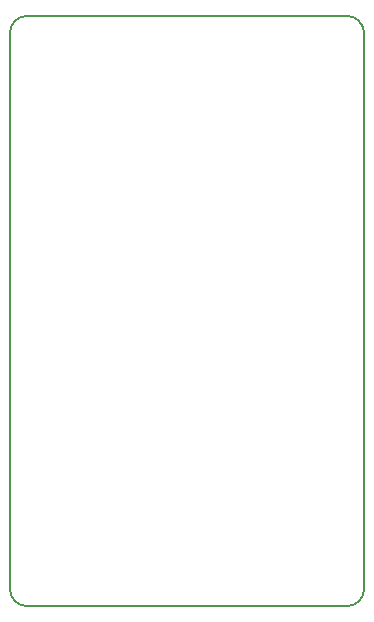
<source format=gbr>
G04 #@! TF.GenerationSoftware,KiCad,Pcbnew,(5.1.5)-3*
G04 #@! TF.CreationDate,2020-12-24T11:10:49+00:00*
G04 #@! TF.ProjectId,ModuleV421,4d6f6475-6c65-4563-9432-312e6b696361,rev?*
G04 #@! TF.SameCoordinates,Original*
G04 #@! TF.FileFunction,Profile,NP*
%FSLAX46Y46*%
G04 Gerber Fmt 4.6, Leading zero omitted, Abs format (unit mm)*
G04 Created by KiCad (PCBNEW (5.1.5)-3) date 2020-12-24 11:10:49*
%MOMM*%
%LPD*%
G04 APERTURE LIST*
%ADD10C,0.150000*%
G04 APERTURE END LIST*
D10*
X131917600Y-96487600D02*
G75*
G02X130417600Y-97987600I-1500000J0D01*
G01*
X103417600Y-97987600D02*
G75*
G02X101917600Y-96487600I0J1500000D01*
G01*
X101917600Y-49487600D02*
G75*
G02X103417600Y-47987600I1500000J0D01*
G01*
X130417600Y-47987600D02*
G75*
G02X131917600Y-49487600I0J-1500000D01*
G01*
X101917600Y-96487600D02*
X101917600Y-49487600D01*
X130417600Y-97987600D02*
X103417600Y-97987600D01*
X131917600Y-49487600D02*
X131917600Y-96487600D01*
X103417600Y-47987600D02*
X130417600Y-47987600D01*
M02*

</source>
